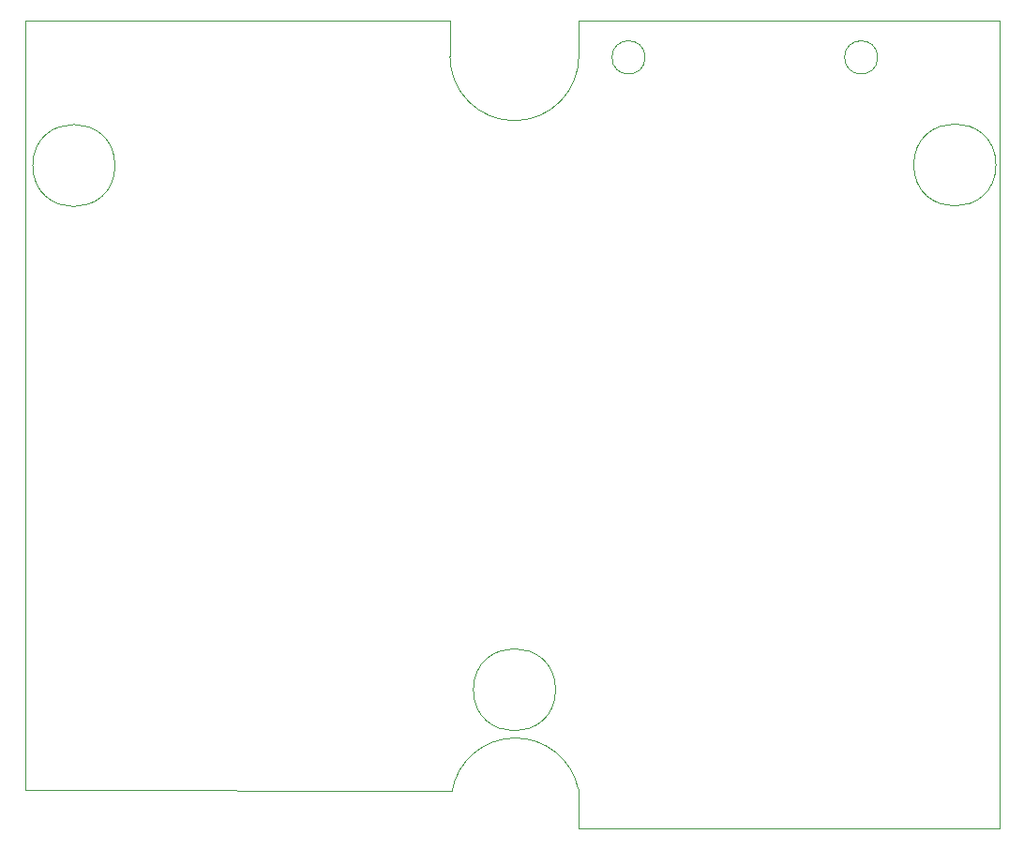
<source format=gbr>
%TF.GenerationSoftware,KiCad,Pcbnew,8.0.5*%
%TF.CreationDate,2024-10-11T13:06:57+01:00*%
%TF.ProjectId,esquema_eletronico,65737175-656d-4615-9f65-6c6574726f6e,rev?*%
%TF.SameCoordinates,Original*%
%TF.FileFunction,Profile,NP*%
%FSLAX46Y46*%
G04 Gerber Fmt 4.6, Leading zero omitted, Abs format (unit mm)*
G04 Created by KiCad (PCBNEW 8.0.5) date 2024-10-11 13:06:57*
%MOMM*%
%LPD*%
G01*
G04 APERTURE LIST*
%TA.AperFunction,Profile*%
%ADD10C,0.100000*%
%TD*%
%TA.AperFunction,Profile*%
%ADD11C,0.050000*%
%TD*%
G04 APERTURE END LIST*
D10*
X127950000Y-140000000D02*
X166000000Y-140000000D01*
X165668389Y-80075000D02*
G75*
G02*
X158249999Y-80075000I-3709195J0D01*
G01*
X158249999Y-80075000D02*
G75*
G02*
X165668389Y-80075000I3709195J0D01*
G01*
X116375000Y-67000000D02*
X78000000Y-67000000D01*
X128010000Y-70250000D02*
G75*
G02*
X116370040Y-70228485I-5820000J0D01*
G01*
X78000000Y-67000000D02*
X78030378Y-136550000D01*
X116375000Y-67000000D02*
X116370040Y-70228485D01*
X127950000Y-140000000D02*
X127961588Y-136473747D01*
X166000000Y-140000000D02*
X166000000Y-67000000D01*
X128014980Y-67005758D02*
X128010000Y-70250000D01*
X125909195Y-127490806D02*
G75*
G02*
X118490805Y-127490806I-3709195J0D01*
G01*
X118490805Y-127490806D02*
G75*
G02*
X125909195Y-127490806I3709195J0D01*
G01*
X166000000Y-67000000D02*
X128014980Y-67005758D01*
X78030378Y-136550000D02*
X116564585Y-136626717D01*
X86125001Y-80125000D02*
G75*
G02*
X78706611Y-80125000I-3709195J0D01*
G01*
X78706611Y-80125000D02*
G75*
G02*
X86125001Y-80125000I3709195J0D01*
G01*
X116564585Y-136626717D02*
G75*
G02*
X127961573Y-136473750I5713315J-1027783D01*
G01*
D11*
%TO.C,U4*%
X133997500Y-70355000D02*
G75*
G02*
X130997500Y-70355000I-1500000J0D01*
G01*
X130997500Y-70355000D02*
G75*
G02*
X133997500Y-70355000I1500000J0D01*
G01*
X154997500Y-70355000D02*
G75*
G02*
X151997500Y-70355000I-1500000J0D01*
G01*
X151997500Y-70355000D02*
G75*
G02*
X154997500Y-70355000I1500000J0D01*
G01*
%TD*%
M02*

</source>
